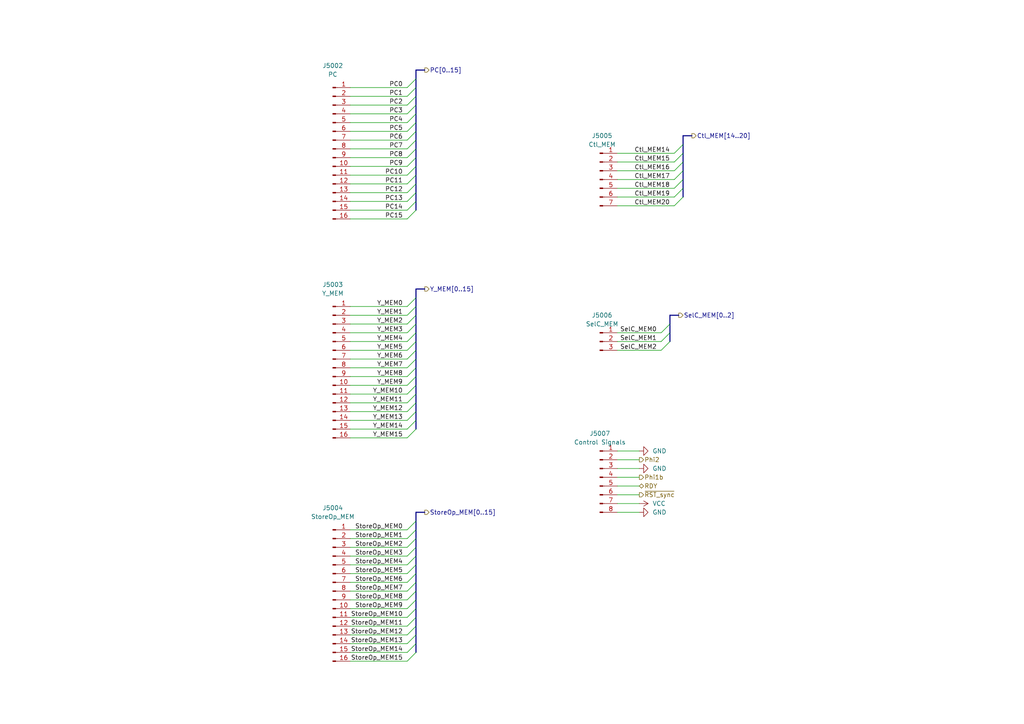
<source format=kicad_sch>
(kicad_sch (version 20211123) (generator eeschema)
  (paper "A4")
  (title_block (title "Turtle16: MEM Prototype Inputs") (date "2022-04-12") (rev "A (584b6b4f)") (comment 4 "Headers for various inputs to the prototype board"))
  (lib_symbols
    (symbol "Connector:Conn_01x03_Male" (pin_names (offset 1.016) hide)
      (property "Reference" "J" (at 0 5.08 0))
      (property "Value" "Conn_01x03_Male" (at 0 -5.08 0))
      (symbol "Conn_01x03_Male_1_1"
        (polyline (pts (xy 1.27 -2.54) (xy 0.8636 -2.54)) (stroke (width 0.1524)))
        (polyline (pts (xy 1.27 0) (xy 0.8636 0)) (stroke (width 0.1524)))
        (polyline (pts (xy 1.27 2.54) (xy 0.8636 2.54)) (stroke (width 0.1524)))
        (rectangle (start 0.8636 -2.413) (end 0 -2.667) (stroke (width 0.1524)) (fill (type outline)))
        (rectangle (start 0.8636 0.127) (end 0 -0.127) (stroke (width 0.1524)) (fill (type outline)))
        (rectangle (start 0.8636 2.667) (end 0 2.413) (stroke (width 0.1524)) (fill (type outline)))
        (pin passive line (at 5.08 2.54 180) (length 3.81) (name "Pin_1") (number "1"))
        (pin passive line (at 5.08 0 180) (length 3.81) (name "Pin_2") (number "2"))
        (pin passive line (at 5.08 -2.54 180) (length 3.81) (name "Pin_3") (number "3"))
      )
    )
    (symbol "Connector:Conn_01x07_Male" (pin_names (offset 1.016) hide)
      (property "Reference" "J" (at 0 10.16 0))
      (property "Value" "Conn_01x07_Male" (at 0 -10.16 0))
      (symbol "Conn_01x07_Male_1_1"
        (polyline (pts (xy 1.27 -7.62) (xy 0.8636 -7.62)) (stroke (width 0.1524)))
        (polyline (pts (xy 1.27 -5.08) (xy 0.8636 -5.08)) (stroke (width 0.1524)))
        (polyline (pts (xy 1.27 -2.54) (xy 0.8636 -2.54)) (stroke (width 0.1524)))
        (polyline (pts (xy 1.27 0) (xy 0.8636 0)) (stroke (width 0.1524)))
        (polyline (pts (xy 1.27 2.54) (xy 0.8636 2.54)) (stroke (width 0.1524)))
        (polyline (pts (xy 1.27 5.08) (xy 0.8636 5.08)) (stroke (width 0.1524)))
        (polyline (pts (xy 1.27 7.62) (xy 0.8636 7.62)) (stroke (width 0.1524)))
        (rectangle (start 0.8636 -7.493) (end 0 -7.747) (stroke (width 0.1524)) (fill (type outline)))
        (rectangle (start 0.8636 -4.953) (end 0 -5.207) (stroke (width 0.1524)) (fill (type outline)))
        (rectangle (start 0.8636 -2.413) (end 0 -2.667) (stroke (width 0.1524)) (fill (type outline)))
        (rectangle (start 0.8636 0.127) (end 0 -0.127) (stroke (width 0.1524)) (fill (type outline)))
        (rectangle (start 0.8636 2.667) (end 0 2.413) (stroke (width 0.1524)) (fill (type outline)))
        (rectangle (start 0.8636 5.207) (end 0 4.953) (stroke (width 0.1524)) (fill (type outline)))
        (rectangle (start 0.8636 7.747) (end 0 7.493) (stroke (width 0.1524)) (fill (type outline)))
        (pin passive line (at 5.08 7.62 180) (length 3.81) (name "Pin_1") (number "1"))
        (pin passive line (at 5.08 5.08 180) (length 3.81) (name "Pin_2") (number "2"))
        (pin passive line (at 5.08 2.54 180) (length 3.81) (name "Pin_3") (number "3"))
        (pin passive line (at 5.08 0 180) (length 3.81) (name "Pin_4") (number "4"))
        (pin passive line (at 5.08 -2.54 180) (length 3.81) (name "Pin_5") (number "5"))
        (pin passive line (at 5.08 -5.08 180) (length 3.81) (name "Pin_6") (number "6"))
        (pin passive line (at 5.08 -7.62 180) (length 3.81) (name "Pin_7") (number "7"))
      )
    )
    (symbol "Connector:Conn_01x08_Male" (pin_names (offset 1.016) hide)
      (property "Reference" "J" (at 0 10.16 0))
      (property "Value" "Conn_01x08_Male" (at 0 -12.7 0))
      (symbol "Conn_01x08_Male_1_1"
        (polyline (pts (xy 1.27 -10.16) (xy 0.8636 -10.16)) (stroke (width 0.1524)))
        (polyline (pts (xy 1.27 -7.62) (xy 0.8636 -7.62)) (stroke (width 0.1524)))
        (polyline (pts (xy 1.27 -5.08) (xy 0.8636 -5.08)) (stroke (width 0.1524)))
        (polyline (pts (xy 1.27 -2.54) (xy 0.8636 -2.54)) (stroke (width 0.1524)))
        (polyline (pts (xy 1.27 0) (xy 0.8636 0)) (stroke (width 0.1524)))
        (polyline (pts (xy 1.27 2.54) (xy 0.8636 2.54)) (stroke (width 0.1524)))
        (polyline (pts (xy 1.27 5.08) (xy 0.8636 5.08)) (stroke (width 0.1524)))
        (polyline (pts (xy 1.27 7.62) (xy 0.8636 7.62)) (stroke (width 0.1524)))
        (rectangle (start 0.8636 -10.033) (end 0 -10.287) (stroke (width 0.1524)) (fill (type outline)))
        (rectangle (start 0.8636 -7.493) (end 0 -7.747) (stroke (width 0.1524)) (fill (type outline)))
        (rectangle (start 0.8636 -4.953) (end 0 -5.207) (stroke (width 0.1524)) (fill (type outline)))
        (rectangle (start 0.8636 -2.413) (end 0 -2.667) (stroke (width 0.1524)) (fill (type outline)))
        (rectangle (start 0.8636 0.127) (end 0 -0.127) (stroke (width 0.1524)) (fill (type outline)))
        (rectangle (start 0.8636 2.667) (end 0 2.413) (stroke (width 0.1524)) (fill (type outline)))
        (rectangle (start 0.8636 5.207) (end 0 4.953) (stroke (width 0.1524)) (fill (type outline)))
        (rectangle (start 0.8636 7.747) (end 0 7.493) (stroke (width 0.1524)) (fill (type outline)))
        (pin passive line (at 5.08 7.62 180) (length 3.81) (name "Pin_1") (number "1"))
        (pin passive line (at 5.08 5.08 180) (length 3.81) (name "Pin_2") (number "2"))
        (pin passive line (at 5.08 2.54 180) (length 3.81) (name "Pin_3") (number "3"))
        (pin passive line (at 5.08 0 180) (length 3.81) (name "Pin_4") (number "4"))
        (pin passive line (at 5.08 -2.54 180) (length 3.81) (name "Pin_5") (number "5"))
        (pin passive line (at 5.08 -5.08 180) (length 3.81) (name "Pin_6") (number "6"))
        (pin passive line (at 5.08 -7.62 180) (length 3.81) (name "Pin_7") (number "7"))
        (pin passive line (at 5.08 -10.16 180) (length 3.81) (name "Pin_8") (number "8"))
      )
    )
    (symbol "Connector:Conn_01x16_Male" (pin_names (offset 1.016) hide)
      (property "Reference" "J" (at 0 20.32 0))
      (property "Value" "Conn_01x16_Male" (at 0 -22.86 0))
      (symbol "Conn_01x16_Male_1_1"
        (polyline (pts (xy 1.27 -20.32) (xy 0.8636 -20.32)) (stroke (width 0.1524)))
        (polyline (pts (xy 1.27 -17.78) (xy 0.8636 -17.78)) (stroke (width 0.1524)))
        (polyline (pts (xy 1.27 -15.24) (xy 0.8636 -15.24)) (stroke (width 0.1524)))
        (polyline (pts (xy 1.27 -12.7) (xy 0.8636 -12.7)) (stroke (width 0.1524)))
        (polyline (pts (xy 1.27 -10.16) (xy 0.8636 -10.16)) (stroke (width 0.1524)))
        (polyline (pts (xy 1.27 -7.62) (xy 0.8636 -7.62)) (stroke (width 0.1524)))
        (polyline (pts (xy 1.27 -5.08) (xy 0.8636 -5.08)) (stroke (width 0.1524)))
        (polyline (pts (xy 1.27 -2.54) (xy 0.8636 -2.54)) (stroke (width 0.1524)))
        (polyline (pts (xy 1.27 0) (xy 0.8636 0)) (stroke (width 0.1524)))
        (polyline (pts (xy 1.27 2.54) (xy 0.8636 2.54)) (stroke (width 0.1524)))
        (polyline (pts (xy 1.27 5.08) (xy 0.8636 5.08)) (stroke (width 0.1524)))
        (polyline (pts (xy 1.27 7.62) (xy 0.8636 7.62)) (stroke (width 0.1524)))
        (polyline (pts (xy 1.27 10.16) (xy 0.8636 10.16)) (stroke (width 0.1524)))
        (polyline (pts (xy 1.27 12.7) (xy 0.8636 12.7)) (stroke (width 0.1524)))
        (polyline (pts (xy 1.27 15.24) (xy 0.8636 15.24)) (stroke (width 0.1524)))
        (polyline (pts (xy 1.27 17.78) (xy 0.8636 17.78)) (stroke (width 0.1524)))
        (rectangle (start 0.8636 -20.193) (end 0 -20.447) (stroke (width 0.1524)) (fill (type outline)))
        (rectangle (start 0.8636 -17.653) (end 0 -17.907) (stroke (width 0.1524)) (fill (type outline)))
        (rectangle (start 0.8636 -15.113) (end 0 -15.367) (stroke (width 0.1524)) (fill (type outline)))
        (rectangle (start 0.8636 -12.573) (end 0 -12.827) (stroke (width 0.1524)) (fill (type outline)))
        (rectangle (start 0.8636 -10.033) (end 0 -10.287) (stroke (width 0.1524)) (fill (type outline)))
        (rectangle (start 0.8636 -7.493) (end 0 -7.747) (stroke (width 0.1524)) (fill (type outline)))
        (rectangle (start 0.8636 -4.953) (end 0 -5.207) (stroke (width 0.1524)) (fill (type outline)))
        (rectangle (start 0.8636 -2.413) (end 0 -2.667) (stroke (width 0.1524)) (fill (type outline)))
        (rectangle (start 0.8636 0.127) (end 0 -0.127) (stroke (width 0.1524)) (fill (type outline)))
        (rectangle (start 0.8636 2.667) (end 0 2.413) (stroke (width 0.1524)) (fill (type outline)))
        (rectangle (start 0.8636 5.207) (end 0 4.953) (stroke (width 0.1524)) (fill (type outline)))
        (rectangle (start 0.8636 7.747) (end 0 7.493) (stroke (width 0.1524)) (fill (type outline)))
        (rectangle (start 0.8636 10.287) (end 0 10.033) (stroke (width 0.1524)) (fill (type outline)))
        (rectangle (start 0.8636 12.827) (end 0 12.573) (stroke (width 0.1524)) (fill (type outline)))
        (rectangle (start 0.8636 15.367) (end 0 15.113) (stroke (width 0.1524)) (fill (type outline)))
        (rectangle (start 0.8636 17.907) (end 0 17.653) (stroke (width 0.1524)) (fill (type outline)))
        (pin passive line (at 5.08 17.78 180) (length 3.81) (name "Pin_1") (number "1"))
        (pin passive line (at 5.08 -5.08 180) (length 3.81) (name "Pin_10") (number "10"))
        (pin passive line (at 5.08 -7.62 180) (length 3.81) (name "Pin_11") (number "11"))
        (pin passive line (at 5.08 -10.16 180) (length 3.81) (name "Pin_12") (number "12"))
        (pin passive line (at 5.08 -12.7 180) (length 3.81) (name "Pin_13") (number "13"))
        (pin passive line (at 5.08 -15.24 180) (length 3.81) (name "Pin_14") (number "14"))
        (pin passive line (at 5.08 -17.78 180) (length 3.81) (name "Pin_15") (number "15"))
        (pin passive line (at 5.08 -20.32 180) (length 3.81) (name "Pin_16") (number "16"))
        (pin passive line (at 5.08 15.24 180) (length 3.81) (name "Pin_2") (number "2"))
        (pin passive line (at 5.08 12.7 180) (length 3.81) (name "Pin_3") (number "3"))
        (pin passive line (at 5.08 10.16 180) (length 3.81) (name "Pin_4") (number "4"))
        (pin passive line (at 5.08 7.62 180) (length 3.81) (name "Pin_5") (number "5"))
        (pin passive line (at 5.08 5.08 180) (length 3.81) (name "Pin_6") (number "6"))
        (pin passive line (at 5.08 2.54 180) (length 3.81) (name "Pin_7") (number "7"))
        (pin passive line (at 5.08 0 180) (length 3.81) (name "Pin_8") (number "8"))
        (pin passive line (at 5.08 -2.54 180) (length 3.81) (name "Pin_9") (number "9"))
      )
    )
    (symbol "power:GND" (power) (pin_names (offset 0))
      (property "Value" "GND" (at 0 -3.81 0))
      (symbol "GND_0_1"
        (polyline (pts (xy 0 0) (xy 0 -1.27) (xy 1.27 -1.27) (xy 0 -2.54) (xy -1.27 -1.27) (xy 0 -1.27)))
      )
      (symbol "GND_1_1"
        (pin power_in line (at 0 0 270) (length 0) hide (name "GND") (number "1"))
      )
    )
    (symbol "power:VCC" (power) (pin_names (offset 0))
      (property "Value" "VCC" (at 0 3.81 0))
      (symbol "VCC_0_1"
        (polyline (pts (xy -0.762 1.27) (xy 0 2.54)))
        (polyline (pts (xy 0 0) (xy 0 2.54)))
        (polyline (pts (xy 0 2.54) (xy 0.762 1.27)))
      )
      (symbol "VCC_1_1"
        (pin power_in line (at 0 0 90) (length 0) hide (name "VCC") (number "1"))
      )
    )
  )
  (bus_entry (at 120.65 38.1) (size -2.54 2.54))
  (bus_entry (at 120.65 104.14) (size -2.54 2.54))
  (bus_entry (at 120.65 22.86) (size -2.54 2.54))
  (bus_entry (at 120.65 88.9) (size -2.54 2.54))
  (bus_entry (at 120.65 114.3) (size -2.54 2.54))
  (bus_entry (at 120.65 27.94) (size -2.54 2.54))
  (bus_entry (at 120.65 106.68) (size -2.54 2.54))
  (bus_entry (at 120.65 179.07) (size -2.54 2.54))
  (bus_entry (at 198.12 46.99) (size -2.54 2.54))
  (bus_entry (at 120.65 153.67) (size -2.54 2.54))
  (bus_entry (at 120.65 55.88) (size -2.54 2.54))
  (bus_entry (at 120.65 111.76) (size -2.54 2.54))
  (bus_entry (at 120.65 176.53) (size -2.54 2.54))
  (bus_entry (at 120.65 119.38) (size -2.54 2.54))
  (bus_entry (at 120.65 25.4) (size -2.54 2.54))
  (bus_entry (at 120.65 35.56) (size -2.54 2.54))
  (bus_entry (at 120.65 173.99) (size -2.54 2.54))
  (bus_entry (at 198.12 57.15) (size -2.54 2.54))
  (bus_entry (at 120.65 91.44) (size -2.54 2.54))
  (bus_entry (at 120.65 161.29) (size -2.54 2.54))
  (bus_entry (at 120.65 86.36) (size -2.54 2.54))
  (bus_entry (at 120.65 163.83) (size -2.54 2.54))
  (bus_entry (at 120.65 156.21) (size -2.54 2.54))
  (bus_entry (at 120.65 96.52) (size -2.54 2.54))
  (bus_entry (at 198.12 52.07) (size -2.54 2.54))
  (bus_entry (at 120.65 101.6) (size -2.54 2.54))
  (bus_entry (at 120.65 166.37) (size -2.54 2.54))
  (bus_entry (at 120.65 189.23) (size -2.54 2.54))
  (bus_entry (at 120.65 50.8) (size -2.54 2.54))
  (bus_entry (at 120.65 121.92) (size -2.54 2.54))
  (bus_entry (at 194.31 93.98) (size -2.54 2.54))
  (bus_entry (at 120.65 184.15) (size -2.54 2.54))
  (bus_entry (at 120.65 53.34) (size -2.54 2.54))
  (bus_entry (at 120.65 171.45) (size -2.54 2.54))
  (bus_entry (at 120.65 60.96) (size -2.54 2.54))
  (bus_entry (at 120.65 181.61) (size -2.54 2.54))
  (bus_entry (at 194.31 96.52) (size -2.54 2.54))
  (bus_entry (at 194.31 99.06) (size -2.54 2.54))
  (bus_entry (at 120.65 124.46) (size -2.54 2.54))
  (bus_entry (at 120.65 45.72) (size -2.54 2.54))
  (bus_entry (at 120.65 93.98) (size -2.54 2.54))
  (bus_entry (at 198.12 54.61) (size -2.54 2.54))
  (bus_entry (at 120.65 58.42) (size -2.54 2.54))
  (bus_entry (at 120.65 99.06) (size -2.54 2.54))
  (bus_entry (at 198.12 41.91) (size -2.54 2.54))
  (bus_entry (at 198.12 49.53) (size -2.54 2.54))
  (bus_entry (at 120.65 109.22) (size -2.54 2.54))
  (bus_entry (at 120.65 33.02) (size -2.54 2.54))
  (bus_entry (at 120.65 168.91) (size -2.54 2.54))
  (bus_entry (at 120.65 43.18) (size -2.54 2.54))
  (bus_entry (at 120.65 186.69) (size -2.54 2.54))
  (bus_entry (at 120.65 151.13) (size -2.54 2.54))
  (bus_entry (at 198.12 44.45) (size -2.54 2.54))
  (bus_entry (at 120.65 48.26) (size -2.54 2.54))
  (bus_entry (at 120.65 40.64) (size -2.54 2.54))
  (bus_entry (at 120.65 116.84) (size -2.54 2.54))
  (bus_entry (at 120.65 158.75) (size -2.54 2.54))
  (bus_entry (at 120.65 30.48) (size -2.54 2.54))
  (bus (pts (xy 194.31 96.52) (xy 194.31 99.06)))
  (wire (pts (xy 179.07 138.43) (xy 185.42 138.43)))
  (bus (pts (xy 120.65 119.38) (xy 120.65 121.92)))
  (bus (pts (xy 120.65 88.9) (xy 120.65 91.44)))
  (wire (pts (xy 118.11 58.42) (xy 101.6 58.42)))
  (bus (pts (xy 120.65 156.21) (xy 120.65 158.75)))
  (bus (pts (xy 120.65 30.48) (xy 120.65 33.02)))
  (wire (pts (xy 191.77 101.6) (xy 179.07 101.6)))
  (wire (pts (xy 118.11 40.64) (xy 101.6 40.64)))
  (bus (pts (xy 120.65 186.69) (xy 120.65 189.23)))
  (wire (pts (xy 118.11 121.92) (xy 101.6 121.92)))
  (wire (pts (xy 118.11 116.84) (xy 101.6 116.84)))
  (wire (pts (xy 191.77 96.52) (xy 179.07 96.52)))
  (wire (pts (xy 118.11 163.83) (xy 101.6 163.83)))
  (bus (pts (xy 120.65 158.75) (xy 120.65 161.29)))
  (wire (pts (xy 195.58 49.53) (xy 179.07 49.53)))
  (bus (pts (xy 120.65 176.53) (xy 120.65 179.07)))
  (wire (pts (xy 118.11 111.76) (xy 101.6 111.76)))
  (bus (pts (xy 120.65 166.37) (xy 120.65 168.91)))
  (wire (pts (xy 118.11 189.23) (xy 101.6 189.23)))
  (bus (pts (xy 120.65 86.36) (xy 120.65 88.9)))
  (bus (pts (xy 120.65 184.15) (xy 120.65 186.69)))
  (bus (pts (xy 120.65 106.68) (xy 120.65 109.22)))
  (bus (pts (xy 120.65 25.4) (xy 120.65 27.94)))
  (bus (pts (xy 120.65 121.92) (xy 120.65 124.46)))
  (wire (pts (xy 118.11 171.45) (xy 101.6 171.45)))
  (wire (pts (xy 118.11 91.44) (xy 101.6 91.44)))
  (bus (pts (xy 120.65 181.61) (xy 120.65 184.15)))
  (wire (pts (xy 179.07 146.05) (xy 185.42 146.05)))
  (wire (pts (xy 118.11 181.61) (xy 101.6 181.61)))
  (wire (pts (xy 118.11 53.34) (xy 101.6 53.34)))
  (wire (pts (xy 118.11 186.69) (xy 101.6 186.69)))
  (wire (pts (xy 118.11 88.9) (xy 101.6 88.9)))
  (bus (pts (xy 120.65 22.86) (xy 120.65 25.4)))
  (bus (pts (xy 120.65 179.07) (xy 120.65 181.61)))
  (wire (pts (xy 118.11 38.1) (xy 101.6 38.1)))
  (wire (pts (xy 118.11 45.72) (xy 101.6 45.72)))
  (wire (pts (xy 118.11 48.26) (xy 101.6 48.26)))
  (wire (pts (xy 118.11 101.6) (xy 101.6 101.6)))
  (bus (pts (xy 120.65 104.14) (xy 120.65 106.68)))
  (bus (pts (xy 120.65 40.64) (xy 120.65 43.18)))
  (bus (pts (xy 120.65 27.94) (xy 120.65 30.48)))
  (wire (pts (xy 195.58 44.45) (xy 179.07 44.45)))
  (bus (pts (xy 194.31 91.44) (xy 194.31 93.98)))
  (wire (pts (xy 179.07 140.97) (xy 185.42 140.97)))
  (bus (pts (xy 120.65 93.98) (xy 120.65 96.52)))
  (wire (pts (xy 118.11 153.67) (xy 101.6 153.67)))
  (bus (pts (xy 120.65 53.34) (xy 120.65 55.88)))
  (bus (pts (xy 123.19 148.59) (xy 120.65 148.59)))
  (wire (pts (xy 118.11 25.4) (xy 101.6 25.4)))
  (bus (pts (xy 198.12 46.99) (xy 198.12 49.53)))
  (wire (pts (xy 195.58 52.07) (xy 179.07 52.07)))
  (bus (pts (xy 198.12 52.07) (xy 198.12 54.61)))
  (bus (pts (xy 120.65 91.44) (xy 120.65 93.98)))
  (bus (pts (xy 196.85 91.44) (xy 194.31 91.44)))
  (bus (pts (xy 120.65 43.18) (xy 120.65 45.72)))
  (wire (pts (xy 118.11 99.06) (xy 101.6 99.06)))
  (wire (pts (xy 118.11 127) (xy 101.6 127)))
  (wire (pts (xy 179.07 148.59) (xy 185.42 148.59)))
  (bus (pts (xy 120.65 111.76) (xy 120.65 114.3)))
  (bus (pts (xy 120.65 153.67) (xy 120.65 156.21)))
  (bus (pts (xy 120.65 101.6) (xy 120.65 104.14)))
  (wire (pts (xy 179.07 130.81) (xy 185.42 130.81)))
  (wire (pts (xy 195.58 46.99) (xy 179.07 46.99)))
  (bus (pts (xy 200.66 39.37) (xy 198.12 39.37)))
  (wire (pts (xy 195.58 59.69) (xy 179.07 59.69)))
  (wire (pts (xy 118.11 191.77) (xy 101.6 191.77)))
  (bus (pts (xy 120.65 96.52) (xy 120.65 99.06)))
  (wire (pts (xy 118.11 93.98) (xy 101.6 93.98)))
  (wire (pts (xy 118.11 27.94) (xy 101.6 27.94)))
  (bus (pts (xy 198.12 41.91) (xy 198.12 44.45)))
  (bus (pts (xy 120.65 45.72) (xy 120.65 48.26)))
  (bus (pts (xy 120.65 148.59) (xy 120.65 151.13)))
  (bus (pts (xy 120.65 50.8) (xy 120.65 53.34)))
  (wire (pts (xy 179.07 135.89) (xy 185.42 135.89)))
  (bus (pts (xy 120.65 151.13) (xy 120.65 153.67)))
  (wire (pts (xy 118.11 173.99) (xy 101.6 173.99)))
  (bus (pts (xy 120.65 173.99) (xy 120.65 176.53)))
  (wire (pts (xy 118.11 33.02) (xy 101.6 33.02)))
  (wire (pts (xy 118.11 55.88) (xy 101.6 55.88)))
  (bus (pts (xy 198.12 44.45) (xy 198.12 46.99)))
  (bus (pts (xy 120.65 99.06) (xy 120.65 101.6)))
  (wire (pts (xy 118.11 166.37) (xy 101.6 166.37)))
  (wire (pts (xy 118.11 184.15) (xy 101.6 184.15)))
  (bus (pts (xy 120.65 83.82) (xy 120.65 86.36)))
  (bus (pts (xy 120.65 35.56) (xy 120.65 38.1)))
  (wire (pts (xy 118.11 106.68) (xy 101.6 106.68)))
  (bus (pts (xy 198.12 39.37) (xy 198.12 41.91)))
  (wire (pts (xy 118.11 158.75) (xy 101.6 158.75)))
  (wire (pts (xy 118.11 30.48) (xy 101.6 30.48)))
  (wire (pts (xy 118.11 176.53) (xy 101.6 176.53)))
  (wire (pts (xy 118.11 109.22) (xy 101.6 109.22)))
  (wire (pts (xy 191.77 99.06) (xy 179.07 99.06)))
  (bus (pts (xy 120.65 33.02) (xy 120.65 35.56)))
  (wire (pts (xy 118.11 35.56) (xy 101.6 35.56)))
  (bus (pts (xy 120.65 109.22) (xy 120.65 111.76)))
  (wire (pts (xy 118.11 156.21) (xy 101.6 156.21)))
  (bus (pts (xy 123.19 83.82) (xy 120.65 83.82)))
  (wire (pts (xy 118.11 50.8) (xy 101.6 50.8)))
  (wire (pts (xy 118.11 124.46) (xy 101.6 124.46)))
  (bus (pts (xy 120.65 38.1) (xy 120.65 40.64)))
  (wire (pts (xy 195.58 57.15) (xy 179.07 57.15)))
  (wire (pts (xy 118.11 43.18) (xy 101.6 43.18)))
  (wire (pts (xy 118.11 104.14) (xy 101.6 104.14)))
  (bus (pts (xy 120.65 163.83) (xy 120.65 166.37)))
  (bus (pts (xy 198.12 49.53) (xy 198.12 52.07)))
  (bus (pts (xy 194.31 93.98) (xy 194.31 96.52)))
  (wire (pts (xy 118.11 96.52) (xy 101.6 96.52)))
  (wire (pts (xy 179.07 143.51) (xy 185.42 143.51)))
  (bus (pts (xy 120.65 20.32) (xy 120.65 22.86)))
  (wire (pts (xy 118.11 179.07) (xy 101.6 179.07)))
  (wire (pts (xy 118.11 114.3) (xy 101.6 114.3)))
  (wire (pts (xy 118.11 60.96) (xy 101.6 60.96)))
  (wire (pts (xy 195.58 54.61) (xy 179.07 54.61)))
  (bus (pts (xy 120.65 58.42) (xy 120.65 60.96)))
  (bus (pts (xy 120.65 114.3) (xy 120.65 116.84)))
  (bus (pts (xy 120.65 48.26) (xy 120.65 50.8)))
  (wire (pts (xy 179.07 133.35) (xy 185.42 133.35)))
  (bus (pts (xy 120.65 116.84) (xy 120.65 119.38)))
  (bus (pts (xy 123.19 20.32) (xy 120.65 20.32)))
  (wire (pts (xy 118.11 63.5) (xy 101.6 63.5)))
  (bus (pts (xy 198.12 54.61) (xy 198.12 57.15)))
  (bus (pts (xy 120.65 171.45) (xy 120.65 173.99)))
  (wire (pts (xy 118.11 119.38) (xy 101.6 119.38)))
  (bus (pts (xy 120.65 161.29) (xy 120.65 163.83)))
  (wire (pts (xy 118.11 161.29) (xy 101.6 161.29)))
  (wire (pts (xy 118.11 168.91) (xy 101.6 168.91)))
  (bus (pts (xy 120.65 168.91) (xy 120.65 171.45)))
  (bus (pts (xy 120.65 55.88) (xy 120.65 58.42)))
  (label "Y_MEM10" (at 116.84 114.3 180))
  (label "Ctl_MEM14" (at 194.31 44.45 180))
  (label "SelC_MEM1" (at 190.5 99.06 180))
  (label "PC7" (at 116.84 43.18 180))
  (label "StoreOp_MEM2" (at 116.84 158.75 180))
  (label "StoreOp_MEM1" (at 116.84 156.21 180))
  (label "Y_MEM8" (at 116.84 109.22 180))
  (label "StoreOp_MEM12" (at 116.84 184.15 180))
  (label "StoreOp_MEM8" (at 116.84 173.99 180))
  (label "Y_MEM2" (at 116.84 93.98 180))
  (label "Y_MEM12" (at 116.84 119.38 180))
  (label "Y_MEM5" (at 116.84 101.6 180))
  (label "Ctl_MEM16" (at 194.31 49.53 180))
  (label "PC1" (at 116.84 27.94 180))
  (label "PC4" (at 116.84 35.56 180))
  (label "PC8" (at 116.84 45.72 180))
  (label "StoreOp_MEM15" (at 116.84 191.77 180))
  (label "Ctl_MEM17" (at 194.31 52.07 180))
  (label "Y_MEM3" (at 116.84 96.52 180))
  (label "Y_MEM7" (at 116.84 106.68 180))
  (label "StoreOp_MEM11" (at 116.84 181.61 180))
  (label "Y_MEM9" (at 116.84 111.76 180))
  (label "PC14" (at 116.84 60.96 180))
  (label "SelC_MEM0" (at 190.5 96.52 180))
  (label "Y_MEM13" (at 116.84 121.92 180))
  (label "PC15" (at 116.84 63.5 180))
  (label "StoreOp_MEM9" (at 116.84 176.53 180))
  (label "PC10" (at 116.84 50.8 180))
  (label "StoreOp_MEM4" (at 116.84 163.83 180))
  (label "Ctl_MEM18" (at 194.31 54.61 180))
  (label "Y_MEM4" (at 116.84 99.06 180))
  (label "PC6" (at 116.84 40.64 180))
  (label "SelC_MEM2" (at 190.5 101.6 180))
  (label "PC9" (at 116.84 48.26 180))
  (label "Ctl_MEM19" (at 194.31 57.15 180))
  (label "Y_MEM15" (at 116.84 127 180))
  (label "StoreOp_MEM10" (at 116.84 179.07 180))
  (label "Y_MEM6" (at 116.84 104.14 180))
  (label "Y_MEM14" (at 116.84 124.46 180))
  (label "StoreOp_MEM3" (at 116.84 161.29 180))
  (label "PC3" (at 116.84 33.02 180))
  (label "Y_MEM11" (at 116.84 116.84 180))
  (label "Ctl_MEM15" (at 194.31 46.99 180))
  (label "Ctl_MEM20" (at 194.31 59.69 180))
  (label "StoreOp_MEM6" (at 116.84 168.91 180))
  (label "StoreOp_MEM7" (at 116.84 171.45 180))
  (label "StoreOp_MEM13" (at 116.84 186.69 180))
  (label "PC11" (at 116.84 53.34 180))
  (label "Y_MEM1" (at 116.84 91.44 180))
  (label "PC0" (at 116.84 25.4 180))
  (label "StoreOp_MEM0" (at 116.84 153.67 180))
  (label "PC13" (at 116.84 58.42 180))
  (label "PC5" (at 116.84 38.1 180))
  (label "PC2" (at 116.84 30.48 180))
  (label "StoreOp_MEM5" (at 116.84 166.37 180))
  (label "Y_MEM0" (at 116.84 88.9 180))
  (label "PC12" (at 116.84 55.88 180))
  (label "StoreOp_MEM14" (at 116.84 189.23 180))
  (hierarchical_label "RDY" (shape tri_state) (at 185.42 140.97 0))
  (hierarchical_label "StoreOp_MEM[0..15]" (shape output) (at 123.19 148.59 0))
  (hierarchical_label "Y_MEM[0..15]" (shape output) (at 123.19 83.82 0))
  (hierarchical_label "Phi2" (shape output) (at 185.42 133.35 0))
  (hierarchical_label "Phi1b" (shape output) (at 185.42 138.43 0))
  (hierarchical_label "PC[0..15]" (shape output) (at 123.19 20.32 0))
  (hierarchical_label "~{RST_sync}" (shape output) (at 185.42 143.51 0))
  (hierarchical_label "SelC_MEM[0..2]" (shape output) (at 196.85 91.44 0))
  (hierarchical_label "Ctl_MEM[14..20]" (shape output) (at 200.66 39.37 0))
  (symbol (lib_id "Connector:Conn_01x03_Male") (at 173.99 99.06 0) (unit 1)
    (property "Reference" "J5006" (at 174.625 91.44 0))
    (property "Value" "SelC_MEM" (at 174.625 93.98 0))
    (property "Footprint" "Connector_PinHeader_2.54mm:PinHeader_1x03_P2.54mm_Vertical" (effects hide))
  )
  (symbol (lib_id "power:GND") (at 185.42 135.89 90) (unit 1)
    (property "Reference" "#PWR05142" (effects hide))
    (property "Value" "GND" (at 189.23 135.8899 90) (effects (justify right)))
  )
  (symbol (lib_id "power:GND") (at 185.42 148.59 90) (unit 1)
    (property "Reference" "#PWR05144" (effects hide))
    (property "Value" "GND" (at 189.23 148.5899 90) (effects (justify right)))
  )
  (symbol (lib_id "Connector:Conn_01x16_Male") (at 96.52 106.68 0) (unit 1)
    (property "Reference" "J5003" (at 96.52 82.55 0))
    (property "Value" "Y_MEM" (at 96.52 85.09 0))
    (property "Footprint" "Connector_PinHeader_2.54mm:PinHeader_1x16_P2.54mm_Vertical" (effects hide))
  )
  (symbol (lib_id "power:VCC") (at 185.42 146.05 270) (unit 1)
    (property "Reference" "#PWR05143" (effects hide))
    (property "Value" "VCC" (at 189.23 146.0501 90) (effects (justify left)))
  )
  (symbol (lib_id "power:GND") (at 185.42 130.81 90) (unit 1)
    (property "Reference" "#PWR05141" (effects hide))
    (property "Value" "GND" (at 189.23 130.8099 90) (effects (justify right)))
  )
  (symbol (lib_id "Connector:Conn_01x08_Male") (at 173.99 138.43 0) (unit 1)
    (property "Reference" "J5007" (at 173.99 125.73 0))
    (property "Value" "Control Signals" (at 173.99 128.27 0))
    (property "Footprint" "Connector_PinHeader_2.54mm:PinHeader_1x08_P2.54mm_Vertical" (effects hide))
  )
  (symbol (lib_id "Connector:Conn_01x16_Male") (at 96.52 171.45 0) (unit 1)
    (property "Reference" "J5004" (at 96.52 147.32 0))
    (property "Value" "StoreOp_MEM" (at 96.52 149.86 0))
    (property "Footprint" "Connector_PinHeader_2.54mm:PinHeader_1x16_P2.54mm_Vertical" (effects hide))
  )
  (symbol (lib_id "Connector:Conn_01x16_Male") (at 96.52 43.18 0) (unit 1)
    (property "Reference" "J5002" (at 96.52 19.05 0))
    (property "Value" "PC" (at 96.52 21.59 0))
    (property "Footprint" "Connector_PinHeader_2.54mm:PinHeader_1x16_P2.54mm_Vertical" (effects hide))
  )
  (symbol (lib_id "Connector:Conn_01x07_Male") (at 173.99 52.07 0) (unit 1)
    (property "Reference" "J5005" (at 174.625 39.37 0))
    (property "Value" "Ctl_MEM" (at 174.625 41.91 0))
    (property "Footprint" "Connector_PinHeader_2.54mm:PinHeader_1x07_P2.54mm_Vertical" (effects hide))
  )
)
</source>
